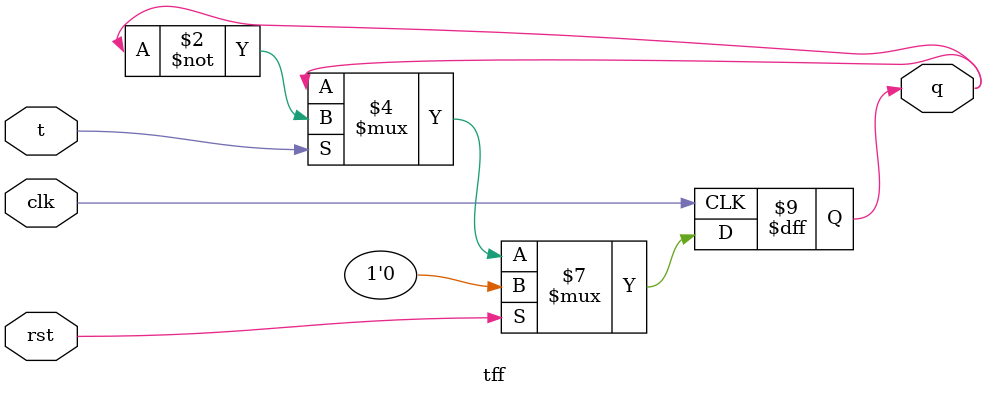
<source format=v>
module tff(clk,rst,t,q);
input clk,rst,t;
output reg q;
always @(posedge clk)
 begin
 if(rst)
 q<=0;
 else if(t)
 q<=~q;
 else
 q<=q;
 end
endmodule

</source>
